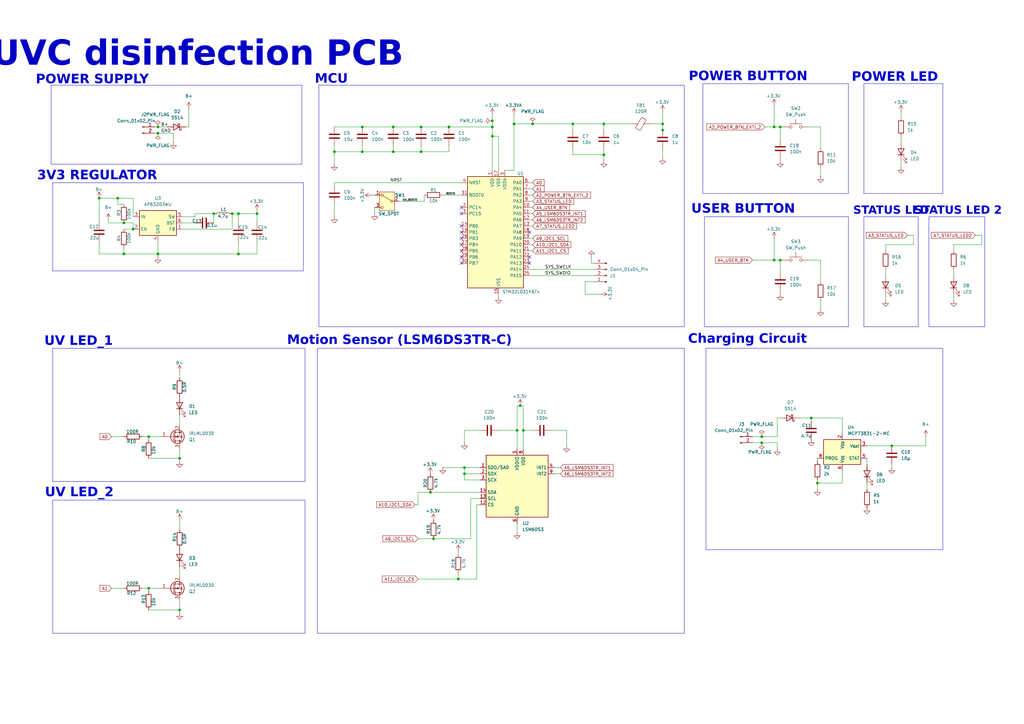
<source format=kicad_sch>
(kicad_sch (version 20231120) (generator "eeschema") (generator_version "8.0")
  (paper "A3")
  (title_block (title "UVC disinfection PCB") (date "2025-02-17") (rev "0.1") (company "XO"))
  (junction (at 87.63 87.63))
  (junction (at 73.66 250.19))
  (junction (at 271.78 53.34))
  (junction (at 210.82 50.8))
  (junction (at 335.28 198.12))
  (junction (at 312.42 179.07))
  (junction (at 40.64 81.28))
  (junction (at 312.42 181.61))
  (junction (at 64.77 54.61))
  (junction (at 190.5 191.77))
  (junction (at 54.61 93.98))
  (junction (at 176.53 201.93))
  (junction (at 184.15 52.07))
  (junction (at 97.79 87.63))
  (junction (at 317.5 106.68))
  (junction (at 64.77 104.14))
  (junction (at 172.72 62.23))
  (junction (at 50.8 91.44))
  (junction (at 190.5 194.31))
  (junction (at 214.63 176.53))
  (junction (at 161.29 52.07))
  (junction (at 332.74 171.45))
  (junction (at 201.93 55.88))
  (junction (at 137.16 62.23))
  (junction (at 73.66 187.96))
  (junction (at 148.59 62.23))
  (junction (at 97.79 104.14))
  (junction (at 320.04 106.68))
  (junction (at 172.72 52.07))
  (junction (at 247.65 63.5))
  (junction (at 201.93 52.07))
  (junction (at 201.93 49.53))
  (junction (at 50.8 104.14))
  (junction (at 48.26 81.28))
  (junction (at 320.04 52.07))
  (junction (at 105.41 87.63))
  (junction (at 365.76 182.88))
  (junction (at 177.8 220.98))
  (junction (at 187.96 237.49))
  (junction (at 212.09 176.53))
  (junction (at 64.77 52.07))
  (junction (at 161.29 62.23))
  (junction (at 60.96 241.3))
  (junction (at 60.96 179.07))
  (junction (at 95.25 87.63))
  (junction (at 148.59 52.07))
  (junction (at 234.95 50.8))
  (junction (at 317.5 52.07))
  (junction (at 247.65 50.8))
  (junction (at 271.78 50.8))
  (junction (at 213.36 166.37))
  (junction (at 218.44 50.8))
  (no_connect (at 189.23 100.33))
  (no_connect (at 217.17 105.41))
  (no_connect (at 189.23 87.63))
  (no_connect (at 189.23 105.41))
  (no_connect (at 189.23 92.71))
  (no_connect (at 217.17 107.95))
  (no_connect (at 189.23 95.25))
  (no_connect (at 189.23 85.09))
  (no_connect (at 189.23 107.95))
  (no_connect (at 217.17 95.25))
  (no_connect (at 189.23 97.79))
  (no_connect (at 189.23 102.87))
  (wire (pts (xy 212.09 184.15) (xy 212.09 176.53)))
  (wire (pts (xy 214.63 166.37) (xy 214.63 176.53)))
  (wire (pts (xy 105.41 87.63) (xy 105.41 86.36)))
  (wire (pts (xy 187.96 226.06) (xy 187.96 227.33)))
  (wire (pts (xy 193.04 204.47) (xy 193.04 220.98)))
  (wire (pts (xy 271.78 53.34) (xy 271.78 50.8)))
  (wire (pts (xy 73.66 250.19) (xy 73.66 251.46)))
  (wire (pts (xy 391.16 110.49) (xy 391.16 113.03)))
  (wire (pts (xy 195.58 207.01) (xy 196.85 207.01)))
  (wire (pts (xy 217.17 100.33) (xy 218.44 100.33)))
  (wire (pts (xy 44.45 90.17) (xy 44.45 91.44)))
  (wire (pts (xy 48.26 81.28) (xy 48.26 83.82)))
  (wire (pts (xy 210.82 69.85) (xy 210.82 50.8)))
  (wire (pts (xy 171.45 207.01) (xy 171.45 201.93)))
  (wire (pts (xy 80.01 87.63) (xy 87.63 87.63)))
  (wire (pts (xy 148.59 52.07) (xy 161.29 52.07)))
  (wire (pts (xy 63.5 52.07) (xy 64.77 52.07)))
  (wire (pts (xy 50.8 93.98) (xy 54.61 93.98)))
  (wire (pts (xy 391.16 100.33) (xy 402.59 100.33)))
  (wire (pts (xy 187.96 237.49) (xy 195.58 237.49)))
  (wire (pts (xy 64.77 54.61) (xy 71.12 54.61)))
  (wire (pts (xy 44.45 91.44) (xy 50.8 91.44)))
  (wire (pts (xy 97.79 104.14) (xy 64.77 104.14)))
  (wire (pts (xy 137.16 62.23) (xy 137.16 67.31)))
  (wire (pts (xy 95.25 87.63) (xy 97.79 87.63)))
  (wire (pts (xy 64.77 99.06) (xy 64.77 104.14)))
  (wire (pts (xy 193.04 220.98) (xy 177.8 220.98)))
  (wire (pts (xy 73.66 154.94) (xy 73.66 152.4)))
  (wire (pts (xy 137.16 59.69) (xy 137.16 62.23)))
  (wire (pts (xy 163.83 82.55) (xy 173.99 82.55)))
  (wire (pts (xy 181.61 80.01) (xy 189.23 80.01)))
  (wire (pts (xy 50.8 101.6) (xy 50.8 104.14)))
  (wire (pts (xy 161.29 59.69) (xy 161.29 62.23)))
  (wire (pts (xy 363.22 100.33) (xy 363.22 102.87)))
  (wire (pts (xy 217.17 110.49) (xy 243.84 110.49)))
  (wire (pts (xy 207.01 69.85) (xy 210.82 69.85)))
  (wire (pts (xy 374.65 96.52) (xy 374.65 100.33)))
  (wire (pts (xy 172.72 62.23) (xy 161.29 62.23)))
  (wire (pts (xy 60.96 242.57) (xy 60.96 241.3)))
  (wire (pts (xy 40.64 99.06) (xy 40.64 104.14)))
  (wire (pts (xy 171.45 220.98) (xy 177.8 220.98)))
  (wire (pts (xy 369.57 45.72) (xy 369.57 48.26)))
  (wire (pts (xy 308.61 179.07) (xy 312.42 179.07)))
  (wire (pts (xy 181.61 191.77) (xy 190.5 191.77)))
  (wire (pts (xy 212.09 176.53) (xy 204.47 176.53)))
  (wire (pts (xy 74.93 88.9) (xy 80.01 88.9)))
  (wire (pts (xy 40.64 81.28) (xy 40.64 91.44)))
  (wire (pts (xy 213.36 166.37) (xy 212.09 166.37)))
  (wire (pts (xy 87.63 87.63) (xy 87.63 91.44)))
  (wire (pts (xy 246.38 120.65) (xy 240.03 120.65)))
  (wire (pts (xy 243.84 107.95) (xy 242.57 107.95)))
  (wire (pts (xy 40.64 81.28) (xy 48.26 81.28)))
  (wire (pts (xy 379.73 179.07) (xy 379.73 182.88)))
  (wire (pts (xy 355.6 182.88) (xy 365.76 182.88)))
  (wire (pts (xy 308.61 181.61) (xy 312.42 181.61)))
  (wire (pts (xy 321.31 52.07) (xy 320.04 52.07)))
  (wire (pts (xy 48.26 81.28) (xy 54.61 81.28)))
  (wire (pts (xy 153.67 85.09) (xy 153.67 87.63)))
  (wire (pts (xy 317.5 52.07) (xy 317.5 43.18)))
  (wire (pts (xy 271.78 60.96) (xy 271.78 64.77)))
  (wire (pts (xy 217.17 87.63) (xy 218.44 87.63)))
  (wire (pts (xy 218.44 50.8) (xy 234.95 50.8)))
  (wire (pts (xy 196.85 196.85) (xy 190.5 196.85)))
  (wire (pts (xy 73.66 232.41) (xy 73.66 236.22)))
  (wire (pts (xy 190.5 191.77) (xy 196.85 191.77)))
  (wire (pts (xy 271.78 50.8) (xy 266.7 50.8)))
  (wire (pts (xy 379.73 182.88) (xy 365.76 182.88)))
  (wire (pts (xy 363.22 120.65) (xy 363.22 123.19)))
  (wire (pts (xy 308.61 106.68) (xy 317.5 106.68)))
  (wire (pts (xy 234.95 63.5) (xy 247.65 63.5)))
  (wire (pts (xy 355.6 198.12) (xy 355.6 200.66)))
  (wire (pts (xy 391.16 100.33) (xy 391.16 102.87)))
  (wire (pts (xy 336.55 68.58) (xy 336.55 72.39)))
  (wire (pts (xy 60.96 179.07) (xy 66.04 179.07)))
  (wire (pts (xy 336.55 52.07) (xy 336.55 60.96)))
  (wire (pts (xy 71.12 54.61) (xy 71.12 58.42)))
  (wire (pts (xy 402.59 96.52) (xy 402.59 100.33)))
  (wire (pts (xy 171.45 201.93) (xy 176.53 201.93)))
  (wire (pts (xy 54.61 81.28) (xy 54.61 88.9)))
  (wire (pts (xy 195.58 237.49) (xy 195.58 207.01)))
  (wire (pts (xy 332.74 171.45) (xy 345.44 171.45)))
  (wire (pts (xy 217.17 102.87) (xy 218.44 102.87)))
  (wire (pts (xy 190.5 196.85) (xy 190.5 194.31)))
  (wire (pts (xy 317.5 106.68) (xy 317.5 97.79)))
  (wire (pts (xy 335.28 189.23) (xy 335.28 187.96)))
  (wire (pts (xy 73.66 184.15) (xy 73.66 187.96)))
  (wire (pts (xy 45.72 241.3) (xy 50.8 241.3)))
  (wire (pts (xy 74.93 93.98) (xy 95.25 93.98)))
  (wire (pts (xy 73.66 170.18) (xy 73.66 173.99)))
  (wire (pts (xy 201.93 46.99) (xy 201.93 49.53)))
  (wire (pts (xy 153.67 80.01) (xy 152.4 80.01)))
  (wire (pts (xy 234.95 60.96) (xy 234.95 63.5)))
  (wire (pts (xy 148.59 62.23) (xy 137.16 62.23)))
  (wire (pts (xy 355.6 187.96) (xy 355.6 190.5)))
  (wire (pts (xy 218.44 80.01) (xy 217.17 80.01)))
  (wire (pts (xy 176.53 201.93) (xy 196.85 201.93)))
  (wire (pts (xy 105.41 99.06) (xy 105.41 104.14)))
  (wire (pts (xy 54.61 93.98) (xy 54.61 91.44)))
  (wire (pts (xy 95.25 93.98) (xy 95.25 87.63)))
  (wire (pts (xy 332.74 171.45) (xy 332.74 172.72)))
  (wire (pts (xy 201.93 55.88) (xy 201.93 69.85)))
  (wire (pts (xy 172.72 59.69) (xy 172.72 62.23)))
  (wire (pts (xy 196.85 176.53) (xy 190.5 176.53)))
  (wire (pts (xy 218.44 85.09) (xy 217.17 85.09)))
  (wire (pts (xy 64.77 52.07) (xy 68.58 52.07)))
  (wire (pts (xy 148.59 59.69) (xy 148.59 62.23)))
  (wire (pts (xy 320.04 119.38) (xy 320.04 120.65)))
  (wire (pts (xy 217.17 113.03) (xy 243.84 113.03)))
  (wire (pts (xy 73.66 246.38) (xy 73.66 250.19)))
  (wire (pts (xy 218.44 74.93) (xy 217.17 74.93)))
  (wire (pts (xy 320.04 52.07) (xy 320.04 57.15)))
  (wire (pts (xy 137.16 52.07) (xy 148.59 52.07)))
  (wire (pts (xy 172.72 52.07) (xy 184.15 52.07)))
  (wire (pts (xy 73.66 187.96) (xy 73.66 189.23)))
  (wire (pts (xy 240.03 115.57) (xy 243.84 115.57)))
  (wire (pts (xy 210.82 50.8) (xy 218.44 50.8)))
  (wire (pts (xy 190.5 176.53) (xy 190.5 181.61)))
  (wire (pts (xy 345.44 171.45) (xy 345.44 177.8)))
  (wire (pts (xy 60.96 250.19) (xy 73.66 250.19)))
  (wire (pts (xy 204.47 120.65) (xy 204.47 121.92)))
  (wire (pts (xy 320.04 106.68) (xy 317.5 106.68)))
  (wire (pts (xy 240.03 120.65) (xy 240.03 115.57)))
  (wire (pts (xy 105.41 104.14) (xy 97.79 104.14)))
  (wire (pts (xy 50.8 83.82) (xy 48.26 83.82)))
  (wire (pts (xy 204.47 69.85) (xy 204.47 55.88)))
  (wire (pts (xy 345.44 198.12) (xy 345.44 193.04)))
  (wire (pts (xy 374.65 96.52) (xy 372.11 96.52)))
  (wire (pts (xy 97.79 99.06) (xy 97.79 104.14)))
  (wire (pts (xy 173.99 82.55) (xy 173.99 80.01)))
  (wire (pts (xy 201.93 52.07) (xy 201.93 55.88)))
  (wire (pts (xy 184.15 52.07) (xy 201.93 52.07)))
  (wire (pts (xy 184.15 59.69) (xy 184.15 62.23)))
  (wire (pts (xy 331.47 106.68) (xy 336.55 106.68)))
  (wire (pts (xy 73.66 217.17) (xy 73.66 213.36)))
  (wire (pts (xy 97.79 87.63) (xy 105.41 87.63)))
  (wire (pts (xy 335.28 198.12) (xy 335.28 196.85)))
  (wire (pts (xy 318.77 181.61) (xy 312.42 181.61)))
  (wire (pts (xy 363.22 100.33) (xy 374.65 100.33)))
  (wire (pts (xy 74.93 91.44) (xy 80.01 91.44)))
  (wire (pts (xy 184.15 62.23) (xy 172.72 62.23)))
  (wire (pts (xy 227.33 191.77) (xy 229.87 191.77)))
  (wire (pts (xy 336.55 106.68) (xy 336.55 115.57)))
  (wire (pts (xy 137.16 83.82) (xy 137.16 88.9)))
  (wire (pts (xy 320.04 52.07) (xy 317.5 52.07)))
  (wire (pts (xy 227.33 194.31) (xy 229.87 194.31)))
  (wire (pts (xy 161.29 62.23) (xy 148.59 62.23)))
  (wire (pts (xy 201.93 49.53) (xy 201.93 52.07)))
  (wire (pts (xy 64.77 104.14) (xy 64.77 105.41)))
  (wire (pts (xy 212.09 166.37) (xy 212.09 176.53)))
  (wire (pts (xy 365.76 190.5) (xy 365.76 191.77)))
  (wire (pts (xy 320.04 106.68) (xy 320.04 111.76)))
  (wire (pts (xy 210.82 50.8) (xy 210.82 46.99)))
  (wire (pts (xy 60.96 187.96) (xy 73.66 187.96)))
  (wire (pts (xy 321.31 106.68) (xy 320.04 106.68)))
  (wire (pts (xy 45.72 179.07) (xy 50.8 179.07)))
  (wire (pts (xy 369.57 66.04) (xy 369.57 68.58)))
  (wire (pts (xy 187.96 234.95) (xy 187.96 237.49)))
  (wire (pts (xy 242.57 107.95) (xy 242.57 105.41)))
  (wire (pts (xy 312.42 179.07) (xy 318.77 179.07)))
  (wire (pts (xy 217.17 92.71) (xy 218.44 92.71)))
  (wire (pts (xy 320.04 64.77) (xy 320.04 66.04)))
  (wire (pts (xy 77.47 44.45) (xy 77.47 52.07)))
  (wire (pts (xy 97.79 87.63) (xy 97.79 91.44)))
  (wire (pts (xy 204.47 55.88) (xy 201.93 55.88)))
  (wire (pts (xy 363.22 110.49) (xy 363.22 113.03)))
  (wire (pts (xy 402.59 96.52) (xy 400.05 96.52)))
  (wire (pts (xy 234.95 53.34) (xy 234.95 50.8)))
  (wire (pts (xy 214.63 176.53) (xy 218.44 176.53)))
  (wire (pts (xy 247.65 53.34) (xy 247.65 50.8)))
  (wire (pts (xy 40.64 104.14) (xy 50.8 104.14)))
  (wire (pts (xy 234.95 50.8) (xy 247.65 50.8)))
  (wire (pts (xy 214.63 176.53) (xy 214.63 184.15)))
  (wire (pts (xy 217.17 90.17) (xy 218.44 90.17)))
  (wire (pts (xy 232.41 176.53) (xy 232.41 182.88)))
  (wire (pts (xy 196.85 194.31) (xy 190.5 194.31)))
  (wire (pts (xy 190.5 194.31) (xy 190.5 191.77)))
  (wire (pts (xy 271.78 54.61) (xy 271.78 53.34)))
  (wire (pts (xy 171.45 237.49) (xy 187.96 237.49)))
  (wire (pts (xy 345.44 198.12) (xy 335.28 198.12)))
  (wire (pts (xy 137.16 74.93) (xy 137.16 76.2)))
  (wire (pts (xy 218.44 77.47) (xy 217.17 77.47)))
  (wire (pts (xy 58.42 179.07) (xy 60.96 179.07)))
  (wire (pts (xy 318.77 171.45) (xy 320.04 171.45)))
  (wire (pts (xy 105.41 87.63) (xy 105.41 91.44)))
  (wire (pts (xy 63.5 54.61) (xy 64.77 54.61)))
  (wire (pts (xy 80.01 88.9) (xy 80.01 87.63)))
  (wire (pts (xy 137.16 74.93) (xy 189.23 74.93)))
  (wire (pts (xy 247.65 60.96) (xy 247.65 63.5)))
  (wire (pts (xy 318.77 184.15) (xy 318.77 181.61)))
  (wire (pts (xy 336.55 123.19) (xy 336.55 127)))
  (wire (pts (xy 318.77 179.07) (xy 318.77 171.45)))
  (wire (pts (xy 214.63 166.37) (xy 213.36 166.37)))
  (wire (pts (xy 335.28 198.12) (xy 335.28 200.66)))
  (wire (pts (xy 196.85 204.47) (xy 193.04 204.47)))
  (wire (pts (xy 271.78 45.72) (xy 271.78 50.8)))
  (wire (pts (xy 76.2 52.07) (xy 77.47 52.07)))
  (wire (pts (xy 60.96 241.3) (xy 66.04 241.3)))
  (wire (pts (xy 232.41 176.53) (xy 226.06 176.53)))
  (wire (pts (xy 247.65 63.5) (xy 247.65 66.04)))
  (wire (pts (xy 391.16 120.65) (xy 391.16 123.19)))
  (wire (pts (xy 58.42 241.3) (xy 60.96 241.3)))
  (wire (pts (xy 247.65 50.8) (xy 259.08 50.8)))
  (wire (pts (xy 369.57 55.88) (xy 369.57 58.42)))
  (wire (pts (xy 60.96 180.34) (xy 60.96 179.07)))
  (wire (pts (xy 50.8 104.14) (xy 64.77 104.14)))
  (wire (pts (xy 327.66 171.45) (xy 332.74 171.45)))
  (wire (pts (xy 212.09 214.63) (xy 212.09 218.44)))
  (wire (pts (xy 217.17 97.79) (xy 218.44 97.79)))
  (wire (pts (xy 218.44 82.55) (xy 217.17 82.55)))
  (wire (pts (xy 313.69 52.07) (xy 317.5 52.07)))
  (wire (pts (xy 331.47 52.07) (xy 336.55 52.07)))
  (wire (pts (xy 161.29 52.07) (xy 172.72 52.07)))
  (wire (pts (xy 170.18 207.01) (xy 171.45 207.01)))
  (wire (pts (xy 54.61 91.44) (xy 50.8 91.44)))
  (rectangle (start 130.81 34.925) (end 280.67 133.985))
  (rectangle (start 21.59 74.93) (end 124.46 111.125))
  (rectangle (start 288.29 34.29) (end 347.98 79.375))
  (rectangle (start 354.33 34.29) (end 386.715 79.375))
  (rectangle (start 21.59 142.875) (end 125.095 197.485))
  (rectangle (start 130.175 142.875) (end 280.67 259.715))
  (rectangle (start 381 88.9) (end 403.86 133.985))
  (rectangle (start 20.955 34.925) (end 123.825 67.31))
  (rectangle (start 289.56 142.875) (end 386.715 225.425))
  (rectangle (start 354.33 88.9) (end 376.555 133.985))
  (rectangle (start 21.59 205.105) (end 125.095 259.715))
  (rectangle (start 288.925 88.9) (end 347.98 133.985))
  (text "POWER LED" (at 367.03 32.766 0) (effects (font (size 3.81 3.81) (thickness 0.508) (bold yes))))
  (text "MCU" (at 135.89 33.528 0) (effects (font (size 3.81 3.81) (thickness 0.508) (bold yes))))
  (text "UV LED_1\n\n" (at 32.258 144.272 0) (effects (font (size 3.81 3.81) (thickness 0.508) (bold yes))))
  (text "UV LED_2\n\n\n" (at 32.512 209.55 0) (effects (font (size 3.81 3.81) (thickness 0.508) (bold yes))))
  (text "POWER SUPPLY" (at 37.846 33.782 0) (effects (font (size 3.81 3.81) (thickness 0.508) (bold yes))))
  (text "USER BUTTON\n" (at 304.8 86.868 0) (effects (font (size 3.81 3.81) (thickness 0.508) (bold yes))))
  (text "POWER BUTTON\n" (at 306.832 32.512 0) (effects (font (size 3.81 3.81) (thickness 0.508) (bold yes))))
  (text "Charging Circuit" (at 306.578 140.208 0) (effects (font (size 3.81 3.81) (thickness 0.508) (bold yes))))
  (text "3V3 REGULATOR\n" (at 39.878 73.152 0) (effects (font (size 3.81 3.81) (thickness 0.508) (bold yes))))
  (text "Motion Sensor (LSM6DS3TR-C)" (at 163.83 140.716 0) (effects (font (size 3.81 3.81) (thickness 0.508) (bold yes))))
  (text "STATUS LED 2" (at 392.938 87.376 0) (effects (font (size 3.302 3.302) (thickness 0.508) (bold yes))))
  (text "UVC disinfection PCB" (at 81.026 25.146 0) (effects (font (size 10.16 10.16) (thickness 0.508) (bold yes))))
  (text "STATUS LED" (at 365.506 87.376 0) (effects (font (size 3.302 3.302) (thickness 0.508) (bold yes))))
  (label "SYS_SWDIO" (at 223.52 113.03 0))
  (label "GND" (at 66.04 54.61 0))
  (label "BOOT0" (at 182.88 80.01 0) (effects (font (size 0.762 0.762))))
  (label "SW_BOOT0" (at 165.1 82.55 0) (effects (font (size 0.762 0.762))))
  (label "SYS_SWCLK" (at 223.52 110.49 0))
  (label "B+" (at 66.04 52.07 0))
  (label "NRST" (at 160.02 74.93 0))
  (global_label "A4_USER_BTN" (shape input) (at 308.61 106.68 180) (property "Intersheetrefs" "${INTERSHEET_REFS}" (effects (hide yes))))
  (global_label "A9_I2C1_SCL" (shape input) (at 171.45 220.98 180) (property "Intersheetrefs" "${INTERSHEET_REFS}" (effects (hide yes))))
  (global_label "A6_LSM6DS3TR_INT2" (shape input) (at 218.44 90.17 0) (property "Intersheetrefs" "${INTERSHEET_REFS}" (effects (hide yes))))
  (global_label "A1" (shape input) (at 45.72 241.3 180) (property "Intersheetrefs" "${INTERSHEET_REFS}" (effects (hide yes))))
  (global_label "A6_LSM6DS3TR_INT2" (shape input) (at 229.87 194.31 0) (property "Intersheetrefs" "${INTERSHEET_REFS}" (effects (hide yes))))
  (global_label "A11_I2C1_CS" (shape input) (at 171.45 237.49 180) (property "Intersheetrefs" "${INTERSHEET_REFS}" (effects (hide yes))))
  (global_label "A1" (shape input) (at 218.44 77.47 0) (property "Intersheetrefs" "${INTERSHEET_REFS}" (effects (hide yes))))
  (global_label "A0" (shape input) (at 218.44 74.93 0) (property "Intersheetrefs" "${INTERSHEET_REFS}" (effects (hide yes))))
  (global_label "A2_POWER_BTN_EXTI_2" (shape input) (at 218.44 80.01 0) (property "Intersheetrefs" "${INTERSHEET_REFS}" (effects (hide yes))))
  (global_label "A10_I2C1_SDA" (shape input) (at 170.18 207.01 180) (property "Intersheetrefs" "${INTERSHEET_REFS}" (effects (hide yes))))
  (global_label "A9_I2C1_SCL" (shape input) (at 218.44 97.79 0) (property "Intersheetrefs" "${INTERSHEET_REFS}" (effects (hide yes))))
  (global_label "A2_POWER_BTN_EXTI_2" (shape input) (at 313.69 52.07 180) (property "Intersheetrefs" "${INTERSHEET_REFS}" (effects (hide yes))))
  (global_label "A7_STATUS_LED2" (shape input) (at 218.44 92.71 0) (property "Intersheetrefs" "${INTERSHEET_REFS}" (effects (hide yes))))
  (global_label "A0" (shape input) (at 45.72 179.07 180) (property "Intersheetrefs" "${INTERSHEET_REFS}" (effects (hide yes))))
  (global_label "A3_STATUS_LED" (shape input) (at 218.44 82.55 0) (property "Intersheetrefs" "${INTERSHEET_REFS}" (effects (hide yes))))
  (global_label "A5_LSM6DS3TR_INT1" (shape input) (at 229.87 191.77 0) (property "Intersheetrefs" "${INTERSHEET_REFS}" (effects (hide yes))))
  (global_label "A7_STATUS_LED2" (shape input) (at 400.05 96.52 180) (property "Intersheetrefs" "${INTERSHEET_REFS}" (effects (hide yes))))
  (global_label "A4_USER_BTN" (shape input) (at 218.44 85.09 0) (property "Intersheetrefs" "${INTERSHEET_REFS}" (effects (hide yes))))
  (global_label "A5_LSM6DS3TR_INT1" (shape input) (at 218.44 87.63 0) (property "Intersheetrefs" "${INTERSHEET_REFS}" (effects (hide yes))))
  (global_label "A11_I2C1_CS" (shape input) (at 218.44 102.87 0) (property "Intersheetrefs" "${INTERSHEET_REFS}" (effects (hide yes))))
  (global_label "A3_STATUS_LED" (shape input) (at 372.11 96.52 180) (property "Intersheetrefs" "${INTERSHEET_REFS}" (effects (hide yes))))
  (global_label "A10_I2C1_SDA" (shape input) (at 218.44 100.33 0) (property "Intersheetrefs" "${INTERSHEET_REFS}" (effects (hide yes))))
  (symbol (lib_id "Device:FerriteBead") (at 262.89 50.8 90) (unit 1)
    (property "Reference" "FB1" (at 262.8392 43.18 90))
    (property "Value" "120R" (at 262.8392 45.72 90))
    (property "Footprint" "Inductor_SMD:L_0603_1608Metric" (effects (hide yes)))
    (property "Description" "Ferrite bead" (effects (hide yes)))
  )
  (symbol (lib_id "power:+3.3V") (at 201.93 46.99 0) (unit 1)
    (property "Reference" "#PWR02" (effects (hide yes)))
    (property "Value" "+3.3V" (at 201.676 43.18 0))
    (property "Description" "Power symbol creates a global label with name \"+3.3V\"" (effects (hide yes)))
  )
  (symbol (lib_id "power:PWR_FLAG") (at 312.42 179.07 0) (unit 1)
    (property "Reference" "#FLG04" (effects (hide yes)))
    (property "Value" "PWR_FLAG" (at 312.42 173.99 0))
    (property "Description" "Special symbol for telling ERC where power comes from" (effects (hide yes)))
  )
  (symbol (lib_id "power:+3.3V") (at 246.38 120.65 270) (unit 1)
    (property "Reference" "#PWR011" (effects (hide yes)))
    (property "Value" "+3.3V" (at 250.19 120.396 0))
    (property "Description" "Power symbol creates a global label with name \"+3.3V\"" (effects (hide yes)))
  )
  (symbol (lib_id "power:GND") (at 190.5 181.61 0) (unit 1)
    (property "Reference" "#PWR036" (effects (hide yes)))
    (property "Value" "GND" (effects (hide yes)))
    (property "Description" "Power symbol creates a global label with name \"GND\" , ground" (effects (hide yes)))
  )
  (symbol (lib_id "Device:C") (at 137.16 55.88 0) (unit 1)
    (property "Reference" "C5" (at 140.97 54.6099 0) (effects (justify left)))
    (property "Value" "10u" (at 140.97 57.1499 0) (effects (justify left)))
    (property "Footprint" "Capacitor_SMD:C_0603_1608Metric" (effects (hide yes)))
    (property "Description" "Unpolarized capacitor" (effects (hide yes)))
  )
  (symbol (lib_id "Device:LED") (at 355.6 194.31 90) (unit 1)
    (property "Reference" "D6" (at 359.41 194.6274 90) (effects (justify right)))
    (property "Value" "LED" (at 359.41 197.1674 90) (effects (justify right)))
    (property "Description" "Light emitting diode" (effects (hide yes)))
  )
  (symbol (lib_id "Device:C") (at 222.25 176.53 90) (unit 1)
    (property "Reference" "C21" (at 222.25 168.91 90))
    (property "Value" "100n" (at 222.25 171.45 90))
    (property "Description" "Unpolarized capacitor" (effects (hide yes)))
  )
  (symbol (lib_id "power:VBUS") (at 77.47 44.45 0) (unit 1)
    (property "Reference" "#PWR016" (effects (hide yes)))
    (property "Value" "B+" (at 77.47 39.37 0))
    (property "Description" "Power symbol creates a global label with name \"VBUS\"" (effects (hide yes)))
  )
  (symbol (lib_id "Device:R") (at 336.55 119.38 0) (unit 1)
    (property "Reference" "R17" (at 339.09 118.1099 0) (effects (justify left)))
    (property "Value" "10k" (at 339.09 120.6499 0) (effects (justify left)))
    (property "Description" "Resistor" (effects (hide yes)))
  )
  (symbol (lib_id "Device:C") (at 247.65 57.15 0) (unit 1)
    (property "Reference" "C6" (at 251.46 55.8799 0) (effects (justify left)))
    (property "Value" "1u" (at 251.46 58.4199 0) (effects (justify left)))
    (property "Footprint" "Capacitor_SMD:C_0402_1005Metric" (effects (hide yes)))
    (property "Description" "Unpolarized capacitor" (effects (hide yes)))
  )
  (symbol (lib_id "Device:C") (at 200.66 176.53 90) (unit 1)
    (property "Reference" "C20" (at 200.66 168.91 90))
    (property "Value" "100n" (at 200.66 171.45 90))
    (property "Description" "Unpolarized capacitor" (effects (hide yes)))
  )
  (symbol (lib_id "power:+3.3V") (at 213.36 166.37 0) (unit 1)
    (property "Reference" "#PWR038" (effects (hide yes)))
    (property "Value" "+3.3V" (at 213.106 162.56 0))
    (property "Description" "Power symbol creates a global label with name \"+3.3V\"" (effects (hide yes)))
  )
  (symbol (lib_id "power:VBUS") (at 40.64 81.28 0) (unit 1)
    (property "Reference" "#PWR018" (effects (hide yes)))
    (property "Value" "B+" (at 40.64 77.724 0))
    (property "Description" "Power symbol creates a global label with name \"VBUS\"" (effects (hide yes)))
  )
  (symbol (lib_id "power:GND") (at 363.22 123.19 0) (unit 1)
    (property "Reference" "#PWR033" (effects (hide yes)))
    (property "Value" "GND" (effects (hide yes)))
    (property "Description" "Power symbol creates a global label with name \"GND\" , ground" (effects (hide yes)))
  )
  (symbol (lib_id "Device:LED") (at 391.16 116.84 90) (unit 1)
    (property "Reference" "D8" (at 394.97 117.1574 90) (effects (justify right)))
    (property "Value" "LED" (at 394.97 119.6974 90) (effects (justify right)))
    (property "Description" "Light emitting diode" (effects (hide yes)))
  )
  (symbol (lib_id "power:VBUS") (at 44.45 90.17 0) (unit 1)
    (property "Reference" "#PWR021" (effects (hide yes)))
    (property "Value" "B+" (at 44.45 85.09 0))
    (property "Description" "Power symbol creates a global label with name \"VBUS\"" (effects (hide yes)))
  )
  (symbol (lib_id "power:GND") (at 242.57 105.41 180) (unit 1)
    (property "Reference" "#PWR012" (effects (hide yes)))
    (property "Value" "GND" (effects (hide yes)))
    (property "Description" "Power symbol creates a global label with name \"GND\" , ground" (effects (hide yes)))
  )
  (symbol (lib_id "power:+3.3V") (at 176.53 194.31 0) (unit 1)
    (property "Reference" "#PWR043" (effects (hide yes)))
    (property "Value" "+3.3V" (at 176.276 190.5 0))
    (property "Description" "Power symbol creates a global label with name \"+3.3V\"" (effects (hide yes)))
  )
  (symbol (lib_id "power:VBUS") (at 73.66 213.36 0) (unit 1)
    (property "Reference" "#PWR014" (effects (hide yes)))
    (property "Value" "B+" (at 73.66 209.804 0))
    (property "Description" "Power symbol creates a global label with name \"VBUS\"" (effects (hide yes)))
  )
  (symbol (lib_id "Device:R") (at 54.61 179.07 90) (unit 1)
    (property "Reference" "R10" (at 55.88 181.102 90) (effects (justify left)))
    (property "Value" "100R" (at 56.896 177.038 90) (effects (justify left)))
    (property "Footprint" "Resistor_SMD:R_0603_1608Metric" (effects (hide yes)))
    (property "Description" "Resistor" (effects (hide yes)))
  )
  (symbol (lib_id "Device:C") (at 271.78 57.15 0) (unit 1)
    (property "Reference" "C8" (at 275.59 55.8799 0) (effects (justify left)))
    (property "Value" "1u" (at 275.59 58.4199 0) (effects (justify left)))
    (property "Footprint" "Capacitor_SMD:C_0402_1005Metric" (effects (hide yes)))
    (property "Description" "Unpolarized capacitor" (effects (hide yes)))
  )
  (symbol (lib_id "Device:C") (at 83.82 91.44 90) (unit 1)
    (property "Reference" "C13" (at 80.772 90.678 90))
    (property "Value" "0.1u" (at 86.868 92.456 90))
    (property "Footprint" "Capacitor_SMD:C_0603_1608Metric" (effects (hide yes)))
    (property "Description" "Unpolarized capacitor" (effects (hide yes)))
  )
  (symbol (lib_id "power:GND") (at 73.66 251.46 0) (unit 1)
    (property "Reference" "#PWR029" (effects (hide yes)))
    (property "Value" "GND" (effects (hide yes)))
    (property "Description" "Power symbol creates a global label with name \"GND\" , ground" (effects (hide yes)))
  )
  (symbol (lib_id "Device:R") (at 335.28 193.04 0) (unit 1)
    (property "Reference" "R2" (at 337.82 191.7699 0) (effects (justify left)))
    (property "Value" "2k" (at 337.82 194.3099 0) (effects (justify left)))
    (property "Description" "Resistor" (effects (hide yes)))
  )
  (symbol (lib_id "power:VBUS") (at 379.73 179.07 0) (unit 1)
    (property "Reference" "#PWR028" (effects (hide yes)))
    (property "Value" "B+" (at 379.73 173.99 0))
    (property "Description" "Power symbol creates a global label with name \"VBUS\"" (effects (hide yes)))
  )
  (symbol (lib_id "Device:C") (at 365.76 186.69 0) (unit 1)
    (property "Reference" "C10" (at 369.57 185.4199 0) (effects (justify left)))
    (property "Value" "10µ" (at 369.57 187.9599 0) (effects (justify left)))
    (property "Description" "Unpolarized capacitor" (effects (hide yes)))
  )
  (symbol (lib_id "power:+3.3V") (at 177.8 213.36 0) (unit 1)
    (property "Reference" "#PWR042" (effects (hide yes)))
    (property "Value" "+3.3V" (at 177.546 209.55 0))
    (property "Description" "Power symbol creates a global label with name \"+3.3V\"" (effects (hide yes)))
  )
  (symbol (lib_id "power:GND") (at 247.65 66.04 0) (unit 1)
    (property "Reference" "#PWR05" (effects (hide yes)))
    (property "Value" "GND" (effects (hide yes)))
    (property "Description" "Power symbol creates a global label with name \"GND\" , ground" (effects (hide yes)))
  )
  (symbol (lib_id "Diode:SS14") (at 72.39 52.07 180) (unit 1)
    (property "Reference" "D2" (at 72.7075 45.72 0))
    (property "Value" "SS14" (at 72.7075 48.26 0))
    (property "Footprint" "Diode_SMD:D_SMA" (effects (hide yes)))
    (property "Datasheet" "https://www.vishay.com/docs/88746/ss12.pdf" (effects (hide yes)))
    (property "Description" "40V 1A Schottky Diode, SMA" (effects (hide yes)))
  )
  (symbol (lib_id "Device:C") (at 184.15 55.88 0) (unit 1)
    (property "Reference" "C1" (at 187.96 54.6099 0) (effects (justify left)))
    (property "Value" "100n" (at 187.96 57.1499 0) (effects (justify left)))
    (property "Footprint" "Capacitor_SMD:C_0402_1005Metric" (effects (hide yes)))
    (property "Description" "Unpolarized capacitor" (effects (hide yes)))
  )
  (symbol (lib_id "Battery_Management:MCP73831-2-MC") (at 345.44 185.42 0) (unit 1)
    (property "Reference" "U4" (at 347.6341 175.26 0) (effects (justify left)))
    (property "Value" "MCP73831-2-MC" (at 347.6341 177.8 0) (effects (justify left)))
    (property "Footprint" "Package_TO_SOT_SMD:SOT-23-5" (effects (hide yes)))
    (property "Datasheet" "http://ww1.microchip.com/downloads/en/DeviceDoc/20001984g.pdf" (effects (hide yes)))
    (property "Description" "Single cell, Li-Ion/Li-Po charge management controller, 4.20V, Tri-State Status Output, in DFN-8 package" (effects (hide yes)))
  )
  (symbol (lib_id "power:GND") (at 71.12 58.42 0) (unit 1)
    (property "Reference" "#PWR017" (effects (hide yes)))
    (property "Value" "GND" (effects (hide yes)))
    (property "Description" "Power symbol creates a global label with name \"GND\" , ground" (effects (hide yes)))
  )
  (symbol (lib_id "power:+3.3V") (at 105.41 86.36 0) (unit 1)
    (property "Reference" "#PWR020" (effects (hide yes)))
    (property "Value" "+3.3V" (at 105.156 82.55 0))
    (property "Description" "Power symbol creates a global label with name \"+3.3V\"" (effects (hide yes)))
  )
  (symbol (lib_id "Transistor_FET:IRLML0030") (at 71.12 241.3 0) (mirror x) (unit 1)
    (property "Reference" "Q2" (at 77.47 242.5701 0) (effects (justify left)))
    (property "Value" "IRLML0030" (at 77.47 240.0301 0) (effects (justify left)))
    (property "Footprint" "Package_TO_SOT_SMD:SOT-23" (effects (hide yes)))
    (property "Datasheet" "https://www.infineon.com/dgdl/irlml0030pbf.pdf?fileId=5546d462533600a401535664773825df" (effects (hide yes)))
    (property "Description" "5.3A Id, 30V Vds, 27mOhm Rds, N-Channel HEXFET Power MOSFET, SOT-23" (effects (hide yes)))
  )
  (symbol (lib_id "power:+3.3V") (at 317.5 43.18 0) (unit 1)
    (property "Reference" "#PWR025" (effects (hide yes)))
    (property "Value" "+3.3V" (at 317.246 39.37 0))
    (property "Description" "Power symbol creates a global label with name \"+3.3V\"" (effects (hide yes)))
  )
  (symbol (lib_id "power:GND") (at 181.61 191.77 0) (unit 1)
    (property "Reference" "#PWR040" (effects (hide yes)))
    (property "Value" "GND" (effects (hide yes)))
    (property "Description" "Power symbol creates a global label with name \"GND\" , ground" (effects (hide yes)))
  )
  (symbol (lib_id "Device:R") (at 336.55 64.77 0) (unit 1)
    (property "Reference" "R11" (at 339.09 63.4999 0) (effects (justify left)))
    (property "Value" "10k" (at 339.09 66.0399 0) (effects (justify left)))
    (property "Description" "Resistor" (effects (hide yes)))
  )
  (symbol (lib_id "power:GND") (at 137.16 67.31 0) (unit 1)
    (property "Reference" "#PWR03" (effects (hide yes)))
    (property "Value" "GND" (effects (hide yes)))
    (property "Description" "Power symbol creates a global label with name \"GND\" , ground" (effects (hide yes)))
  )
  (symbol (lib_id "power:GND") (at 335.28 200.66 0) (unit 1)
    (property "Reference" "#PWR015" (effects (hide yes)))
    (property "Value" "GND" (effects (hide yes)))
    (property "Description" "Power symbol creates a global label with name \"GND\" , ground" (effects (hide yes)))
  )
  (symbol (lib_id "Device:LED") (at 73.66 166.37 90) (unit 1)
    (property "Reference" "D1" (at 77.47 166.6874 90) (effects (justify right)))
    (property "Value" "LED" (at 77.47 169.2274 90) (effects (justify right)))
    (property "Description" "Light emitting diode" (effects (hide yes)))
  )
  (symbol (lib_id "power:GND") (at 153.67 87.63 0) (unit 1)
    (property "Reference" "#PWR09" (effects (hide yes)))
    (property "Value" "GND" (effects (hide yes)))
    (property "Description" "Power symbol creates a global label with name \"GND\" , ground" (effects (hide yes)))
  )
  (symbol (lib_id "power:PWR_FLAG") (at 312.42 181.61 180) (unit 1)
    (property "Reference" "#FLG05" (effects (hide yes)))
    (property "Value" "PWR_FLAG" (at 311.658 185.42 0))
    (property "Description" "Special symbol for telling ERC where power comes from" (effects (hide yes)))
  )
  (symbol (lib_id "Switch:SW_Push") (at 326.39 106.68 0) (unit 1)
    (property "Reference" "SW3" (at 326.39 99.06 0))
    (property "Value" "SW_Push" (at 326.39 101.6 0))
    (property "Description" "Push button switch, generic, two pins" (effects (hide yes)))
  )
  (symbol (lib_id "Device:C") (at 161.29 55.88 0) (unit 1)
    (property "Reference" "C3" (at 165.1 54.6099 0) (effects (justify left)))
    (property "Value" "100n" (at 165.1 57.1499 0) (effects (justify left)))
    (property "Footprint" "Capacitor_SMD:C_0402_1005Metric" (effects (hide yes)))
    (property "Description" "Unpolarized capacitor" (effects (hide yes)))
  )
  (symbol (lib_id "Device:C") (at 320.04 115.57 0) (unit 1)
    (property "Reference" "C19" (at 323.85 114.2999 0) (effects (justify left)))
    (property "Value" "100n" (at 323.85 116.8399 0) (effects (justify left)))
    (property "Description" "Unpolarized capacitor" (effects (hide yes)))
  )
  (symbol (lib_id "Device:R") (at 50.8 87.63 0) (unit 1)
    (property "Reference" "R3" (at 48.768 88.646 90) (effects (justify left)))
    (property "Value" "100k" (at 52.832 90.17 90) (effects (justify left)))
    (property "Footprint" "Resistor_SMD:R_0603_1608Metric" (effects (hide yes)))
    (property "Description" "Resistor" (effects (hide yes)))
  )
  (symbol (lib_id "Device:C") (at 332.74 176.53 0) (unit 1)
    (property "Reference" "C11" (at 328.93 174.498 0) (effects (justify left)))
    (property "Value" "4.7u" (at 328.422 178.816 0) (effects (justify left)))
    (property "Description" "Unpolarized capacitor" (effects (hide yes)))
  )
  (symbol (lib_id "power:+3.3V") (at 369.57 45.72 0) (unit 1)
    (property "Reference" "#PWR030" (effects (hide yes)))
    (property "Value" "+3.3V" (at 369.316 41.91 0))
    (property "Description" "Power symbol creates a global label with name \"+3.3V\"" (effects (hide yes)))
  )
  (symbol (lib_id "power:GND") (at 355.6 208.28 0) (unit 1)
    (property "Reference" "#PWR023" (effects (hide yes)))
    (property "Value" "GND" (effects (hide yes)))
    (property "Description" "Power symbol creates a global label with name \"GND\" , ground" (effects (hide yes)))
  )
  (symbol (lib_id "Device:R") (at 60.96 184.15 0) (unit 1)
    (property "Reference" "R8" (at 58.928 185.42 90) (effects (justify left)))
    (property "Value" "10k" (at 62.992 186.436 90) (effects (justify left)))
    (property "Footprint" "Resistor_SMD:R_0603_1608Metric" (effects (hide yes)))
    (property "Description" "Resistor" (effects (hide yes)))
  )
  (symbol (lib_id "power:GND") (at 73.66 189.23 0) (unit 1)
    (property "Reference" "#PWR024" (effects (hide yes)))
    (property "Value" "GND" (effects (hide yes)))
    (property "Description" "Power symbol creates a global label with name \"GND\" , ground" (effects (hide yes)))
  )
  (symbol (lib_id "power:+3.3V") (at 152.4 80.01 90) (unit 1)
    (property "Reference" "#PWR010" (effects (hide yes)))
    (property "Value" "+3.3V" (at 148.59 80.264 0))
    (property "Description" "Power symbol creates a global label with name \"+3.3V\"" (effects (hide yes)))
  )
  (symbol (lib_id "Device:C") (at 40.64 95.25 0) (unit 1)
    (property "Reference" "C12" (at 36.576 92.964 0) (effects (justify left)))
    (property "Value" "22u" (at 36.83 97.536 0) (effects (justify left)))
    (property "Footprint" "Capacitor_SMD:C_1206_3216Metric" (effects (hide yes)))
    (property "Description" "Unpolarized capacitor" (effects (hide yes)))
  )
  (symbol (lib_id "power:GND") (at 320.04 66.04 0) (unit 1)
    (property "Reference" "#PWR027" (effects (hide yes)))
    (property "Value" "GND" (effects (hide yes)))
    (property "Description" "Power symbol creates a global label with name \"GND\" , ground" (effects (hide yes)))
  )
  (symbol (lib_id "Connector:Conn_01x02_Pin") (at 303.53 179.07 0) (unit 1)
    (property "Reference" "J3" (at 304.165 173.99 0))
    (property "Value" "Conn_01x02_Pin" (at 300.99 176.53 0))
    (property "Footprint" "Connector_JST:JST_EH_B2B-EH-A_1x02_P2.50mm_Vertical" (effects (hide yes)))
    (property "Description" "Generic connector, single row, 01x02, script generated" (effects (hide yes)))
  )
  (symbol (lib_id "Switch:SW_Push") (at 326.39 52.07 0) (unit 1)
    (property "Reference" "SW2" (at 326.39 44.45 0))
    (property "Value" "SW_Push" (at 326.39 46.99 0))
    (property "Description" "Push button switch, generic, two pins" (effects (hide yes)))
  )
  (symbol (lib_id "Connector:Conn_01x04_Pin") (at 248.92 113.03 180) (unit 1)
    (property "Reference" "J1" (at 250.19 113.0301 0) (effects (justify right)))
    (property "Value" "Conn_01x04_Pin" (at 250.19 110.4901 0) (effects (justify right)))
    (property "Footprint" "Connector_JST:JST_EH_B4B-EH-A_1x04_P2.50mm_Vertical" (effects (hide yes)))
    (property "Description" "Generic connector, single row, 01x04, script generated" (effects (hide yes)))
  )
  (symbol (lib_id "Device:R") (at 176.53 198.12 180) (unit 1)
    (property "Reference" "R20" (at 174.498 198.12 90))
    (property "Value" "4.7k" (at 178.816 198.12 90))
    (property "Footprint" "Resistor_SMD:R_0402_1005Metric" (effects (hide yes)))
    (property "Description" "Resistor" (effects (hide yes)))
  )
  (symbol (lib_id "Device:R") (at 177.8 80.01 90) (unit 1)
    (property "Reference" "R1" (at 177.8 77.978 90))
    (property "Value" "10k" (at 177.8 82.296 90))
    (property "Footprint" "Resistor_SMD:R_0402_1005Metric" (effects (hide yes)))
    (property "Description" "Resistor" (effects (hide yes)))
  )
  (symbol (lib_id "power:+3.3V") (at 317.5 97.79 0) (unit 1)
    (property "Reference" "#PWR032" (effects (hide yes)))
    (property "Value" "+3.3V" (at 317.246 93.98 0))
    (property "Description" "Power symbol creates a global label with name \"+3.3V\"" (effects (hide yes)))
  )
  (symbol (lib_id "power:PWR_FLAG") (at 64.77 52.07 0) (unit 1)
    (property "Reference" "#FLG02" (effects (hide yes)))
    (property "Value" "PWR_FLAG" (at 64.77 46.99 0))
    (property "Description" "Special symbol for telling ERC where power comes from" (effects (hide yes)))
  )
  (symbol (lib_id "Device:C") (at 97.79 95.25 0) (unit 1)
    (property "Reference" "C15" (at 97.79 93.218 0) (effects (justify left)))
    (property "Value" "22u" (at 98.298 97.282 0) (effects (justify left)))
    (property "Footprint" "Capacitor_SMD:C_1206_3216Metric" (effects (hide yes)))
    (property "Description" "Unpolarized capacitor" (effects (hide yes)))
  )
  (symbol (lib_id "power:GND") (at 336.55 72.39 0) (unit 1)
    (property "Reference" "#PWR026" (effects (hide yes)))
    (property "Value" "GND" (effects (hide yes)))
    (property "Description" "Power symbol creates a global label with name \"GND\" , ground" (effects (hide yes)))
  )
  (symbol (lib_id "power:+3.3VA") (at 210.82 46.99 0) (unit 1)
    (property "Reference" "#PWR04" (effects (hide yes)))
    (property "Value" "+3.3VA" (at 210.566 43.18 0))
    (property "Description" "Power symbol creates a global label with name \"+3.3VA\"" (effects (hide yes)))
  )
  (symbol (lib_id "Device:C") (at 172.72 55.88 0) (unit 1)
    (property "Reference" "C2" (at 176.53 54.6099 0) (effects (justify left)))
    (property "Value" "100n" (at 176.53 57.1499 0) (effects (justify left)))
    (property "Footprint" "Capacitor_SMD:C_0402_1005Metric" (effects (hide yes)))
    (property "Description" "Unpolarized capacitor" (effects (hide yes)))
  )
  (symbol (lib_id "power:PWR_FLAG") (at 218.44 50.8 0) (unit 1)
    (property "Reference" "#FLG03" (effects (hide yes)))
    (property "Value" "PWR_FLAG" (at 218.44 45.72 0))
    (property "Description" "Special symbol for telling ERC where power comes from" (effects (hide yes)))
  )
  (symbol (lib_id "Transistor_FET:IRLML0030") (at 71.12 179.07 0) (mirror x) (unit 1)
    (property "Reference" "Q1" (at 77.47 180.3401 0) (effects (justify left)))
    (property "Value" "IRLML0030" (at 77.47 177.8001 0) (effects (justify left)))
    (property "Footprint" "Package_TO_SOT_SMD:SOT-23" (effects (hide yes)))
    (property "Datasheet" "https://www.infineon.com/dgdl/irlml0030pbf.pdf?fileId=5546d462533600a401535664773825df" (effects (hide yes)))
    (property "Description" "5.3A Id, 30V Vds, 27mOhm Rds, N-Channel HEXFET Power MOSFET, SOT-23" (effects (hide yes)))
  )
  (symbol (lib_id "power:GND") (at 212.09 218.44 0) (unit 1)
    (property "Reference" "#PWR037" (effects (hide yes)))
    (property "Value" "GND" (effects (hide yes)))
    (property "Description" "Power symbol creates a global label with name \"GND\" , ground" (effects (hide yes)))
  )
  (symbol (lib_id "power:GND") (at 137.16 88.9 0) (unit 1)
    (property "Reference" "#PWR08" (effects (hide yes)))
    (property "Value" "GND" (effects (hide yes)))
    (property "Description" "Power symbol creates a global label with name \"GND\" , ground" (effects (hide yes)))
  )
  (symbol (lib_id "MCU_ST_STM32L0:STM32L031K6Tx") (at 201.93 95.25 0) (unit 1)
    (property "Reference" "U1" (at 212.09 71.12 0) (effects (justify left)))
    (property "Value" "STM32L031K6Tx" (at 205.994 119.634 0) (effects (justify left)))
    (property "Footprint" "Package_QFP:LQFP-32_7x7mm_P0.8mm" (effects (hide yes)))
    (property "Datasheet" "https://www.st.com/resource/en/datasheet/stm32l031k6.pdf" (effects (hide yes)))
    (property "Description" "STMicroelectronics Arm Cortex-M0+ MCU, 32KB flash, 8KB RAM, 32 MHz, 1.65-3.6V, 25 GPIO, LQFP32" (effects (hide yes)))
  )
  (symbol (lib_id "power:GND") (at 391.16 123.19 0) (unit 1)
    (property "Reference" "#PWR046" (effects (hide yes)))
    (property "Value" "GND" (effects (hide yes)))
    (property "Description" "Power symbol creates a global label with name \"GND\" , ground" (effects (hide yes)))
  )
  (symbol (lib_id "Device:R") (at 73.66 220.98 0) (unit 1)
    (property "Reference" "R14" (at 71.628 222.25 90) (effects (justify left)))
    (property "Value" "0.5R" (at 75.692 223.266 90) (effects (justify left)))
    (property "Footprint" "Resistor_SMD:R_0603_1608Metric" (effects (hide yes)))
    (property "Description" "Resistor" (effects (hide yes)))
  )
  (symbol (lib_id "Regulator_Switching:AP63203WU") (at 64.77 91.44 0) (unit 1)
    (property "Reference" "U3" (at 64.77 81.28 0))
    (property "Value" "AP63203WU" (at 64.77 83.82 0))
    (property "Footprint" "Package_TO_SOT_SMD:TSOT-23-6" (effects (hide yes)))
    (property "Datasheet" "https://www.diodes.com/assets/Datasheets/AP63200-AP63201-AP63203-AP63205.pdf" (effects (hide yes)))
    (property "Description" "2A, 1.1MHz Buck DC/DC Converter, fixed 3.3V output voltage, TSOT-23-6" (effects (hide yes)))
  )
  (symbol (lib_id "power:GND") (at 332.74 180.34 0) (unit 1)
    (property "Reference" "#PWR044" (effects (hide yes)))
    (property "Value" "GND" (effects (hide yes)))
    (property "Description" "Power symbol creates a global label with name \"GND\" , ground" (effects (hide yes)))
  )
  (symbol (lib_id "power:+3.3V") (at 271.78 45.72 0) (unit 1)
    (property "Reference" "#PWR07" (effects (hide yes)))
    (property "Value" "+3.3V" (at 271.526 41.91 0))
    (property "Description" "Power symbol creates a global label with name \"+3.3V\"" (effects (hide yes)))
  )
  (symbol (lib_id "Connector:Conn_01x02_Pin") (at 58.42 52.07 0) (unit 1)
    (property "Reference" "J2" (at 59.055 46.99 0))
    (property "Value" "Conn_01x02_Pin" (at 55.88 49.53 0))
    (property "Footprint" "Connector_JST:JST_EH_B2B-EH-A_1x02_P2.50mm_Vertical" (effects (hide yes)))
    (property "Description" "Generic connector, single row, 01x02, script generated" (effects (hide yes)))
  )
  (symbol (lib_id "power:GND") (at 318.77 184.15 0) (unit 1)
    (property "Reference" "#PWR045" (effects (hide yes)))
    (property "Value" "GND" (effects (hide yes)))
    (property "Description" "Power symbol creates a global label with name \"GND\" , ground" (effects (hide yes)))
  )
  (symbol (lib_id "Device:R") (at 363.22 106.68 0) (unit 1)
    (property "Reference" "R16" (at 365.76 105.4099 0) (effects (justify left)))
    (property "Value" "1k" (at 365.76 107.9499 0) (effects (justify left)))
    (property "Description" "Resistor" (effects (hide yes)))
  )
  (symbol (lib_id "Switch:SW_SPDT") (at 158.75 82.55 0) (mirror y) (unit 1)
    (property "Reference" "SW1" (at 164.084 80.01 0))
    (property "Value" "SW_SPDT" (at 159.512 87.63 0))
    (property "Footprint" "Button_Switch_THT:SW_E-Switch_EG1224_SPDT_Angled" (effects (hide yes)))
    (property "Description" "Switch, single pole double throw" (effects (hide yes)))
  )
  (symbol (lib_id "power:GND") (at 365.76 191.77 0) (unit 1)
    (property "Reference" "#PWR022" (effects (hide yes)))
    (property "Value" "GND" (effects (hide yes)))
    (property "Description" "Power symbol creates a global label with name \"GND\" , ground" (effects (hide yes)))
  )
  (symbol (lib_id "Device:C") (at 105.41 95.25 0) (unit 1)
    (property "Reference" "C14" (at 105.664 93.218 0) (effects (justify left)))
    (property "Value" "22u" (at 105.918 97.536 0) (effects (justify left)))
    (property "Footprint" "Capacitor_SMD:C_1206_3216Metric" (effects (hide yes)))
    (property "Description" "Unpolarized capacitor" (effects (hide yes)))
  )
  (symbol (lib_id "Device:R") (at 73.66 158.75 0) (unit 1)
    (property "Reference" "R9" (at 71.628 160.02 90) (effects (justify left)))
    (property "Value" "0.5R" (at 75.692 161.036 90) (effects (justify left)))
    (property "Footprint" "Resistor_SMD:R_0603_1608Metric" (effects (hide yes)))
    (property "Description" "Resistor" (effects (hide yes)))
  )
  (symbol (lib_id "power:+3.3V") (at 187.96 226.06 0) (unit 1)
    (property "Reference" "#PWR041" (effects (hide yes)))
    (property "Value" "+3.3V" (at 187.706 222.25 0))
    (property "Description" "Power symbol creates a global label with name \"+3.3V\"" (effects (hide yes)))
  )
  (symbol (lib_id "Device:LED") (at 369.57 62.23 90) (unit 1)
    (property "Reference" "D4" (at 373.38 62.5474 90) (effects (justify right)))
    (property "Value" "LED" (at 373.38 65.0874 90) (effects (justify right)))
    (property "Description" "Light emitting diode" (effects (hide yes)))
  )
  (symbol (lib_id "Sensor_Motion:LSM6DS3") (at 212.09 199.39 0) (unit 1)
    (property "Reference" "U2" (at 214.2841 214.63 0) (effects (justify left)))
    (property "Value" "LSM6DS3" (at 214.2841 217.17 0) (effects (justify left)))
    (property "Footprint" "Package_LGA:LGA-14_3x2.5mm_P0.5mm_LayoutBorder3x4y" (effects (hide yes)))
    (property "Datasheet" "https://www.st.com/resource/en/datasheet/lsm6ds3tr-c.pdf" (effects (hide yes)))
    (property "Description" "I2C/SPI, iNEMO inertial module: always-on 3D accelerometer and 3D gyroscope" (effects (hide yes)))
  )
  (symbol (lib_id "power:GND") (at 320.04 120.65 0) (unit 1)
    (property "Reference" "#PWR034" (effects (hide yes)))
    (property "Value" "GND" (effects (hide yes)))
    (property "Description" "Power symbol creates a global label with name \"GND\" , ground" (effects (hide yes)))
  )
  (symbol (lib_id "power:GND") (at 64.77 105.41 0) (unit 1)
    (property "Reference" "#PWR019" (effects (hide yes)))
    (property "Value" "GND" (effects (hide yes)))
    (property "Description" "Power symbol creates a global label with name \"GND\" , ground" (effects (hide yes)))
  )
  (symbol (lib_id "Device:C") (at 320.04 60.96 0) (unit 1)
    (property "Reference" "C18" (at 323.85 59.6899 0) (effects (justify left)))
    (property "Value" "100n" (at 323.85 62.2299 0) (effects (justify left)))
    (property "Description" "Unpolarized capacitor" (effects (hide yes)))
  )
  (symbol (lib_id "Device:C") (at 234.95 57.15 0) (unit 1)
    (property "Reference" "C7" (at 238.76 55.8799 0) (effects (justify left)))
    (property "Value" "10n" (at 238.76 58.4199 0) (effects (justify left)))
    (property "Footprint" "Capacitor_SMD:C_0402_1005Metric" (effects (hide yes)))
    (property "Description" "Unpolarized capacitor" (effects (hide yes)))
  )
  (symbol (lib_id "Device:R") (at 60.96 246.38 0) (unit 1)
    (property "Reference" "R13" (at 58.928 247.65 90) (effects (justify left)))
    (property "Value" "10k" (at 62.992 248.666 90) (effects (justify left)))
    (property "Footprint" "Resistor_SMD:R_0603_1608Metric" (effects (hide yes)))
    (property "Description" "Resistor" (effects (hide yes)))
  )
  (symbol (lib_id "power:GND") (at 204.47 121.92 0) (unit 1)
    (property "Reference" "#PWR01" (effects (hide yes)))
    (property "Value" "GND" (effects (hide yes)))
    (property "Description" "Power symbol creates a global label with name \"GND\" , ground" (effects (hide yes)))
  )
  (symbol (lib_id "Device:LED") (at 73.66 228.6 90) (unit 1)
    (property "Reference" "D3" (at 77.47 228.9174 90) (effects (justify right)))
    (property "Value" "LED" (at 77.47 231.4574 90) (effects (justify right)))
    (property "Description" "Light emitting diode" (effects (hide yes)))
  )
  (symbol (lib_id "Diode:SS14") (at 323.85 171.45 180) (unit 1)
    (property "Reference" "D7" (at 324.1675 165.1 0))
    (property "Value" "SS14" (at 324.1675 167.64 0))
    (property "Footprint" "Diode_SMD:D_SMA" (effects (hide yes)))
    (property "Datasheet" "https://www.vishay.com/docs/88746/ss12.pdf" (effects (hide yes)))
    (property "Description" "40V 1A Schottky Diode, SMA" (effects (hide yes)))
  )
  (symbol (lib_id "Device:L") (at 91.44 87.63 90) (unit 1)
    (property "Reference" "L1" (at 91.694 85.852 90))
    (property "Value" "4.7u" (at 91.44 88.646 90))
    (property "Footprint" "Inductor_SMD:L_Vishay_IHLP-2525" (effects (hide yes)))
    (property "Description" "Inductor" (effects (hide yes)))
  )
  (symbol (lib_id "power:GND") (at 336.55 127 0) (unit 1)
    (property "Reference" "#PWR035" (effects (hide yes)))
    (property "Value" "GND" (effects (hide yes)))
    (property "Description" "Power symbol creates a global label with name \"GND\" , ground" (effects (hide yes)))
  )
  (symbol (lib_id "Device:R") (at 187.96 231.14 180) (unit 1)
    (property "Reference" "R18" (at 185.928 231.14 90))
    (property "Value" "4.7k" (at 190.246 231.14 90))
    (property "Footprint" "Resistor_SMD:R_0402_1005Metric" (effects (hide yes)))
    (property "Description" "Resistor" (effects (hide yes)))
  )
  (symbol (lib_id "Device:R") (at 50.8 97.79 0) (unit 1)
    (property "Reference" "R4" (at 48.768 99.06 90) (effects (justify left)))
    (property "Value" "100k" (at 52.832 100.076 90) (effects (justify left)))
    (property "Footprint" "Resistor_SMD:R_0603_1608Metric" (effects (hide yes)))
    (property "Description" "Resistor" (effects (hide yes)))
  )
  (symbol (lib_id "power:GND") (at 232.41 182.88 0) (unit 1)
    (property "Reference" "#PWR039" (effects (hide yes)))
    (property "Value" "GND" (effects (hide yes)))
    (property "Description" "Power symbol creates a global label with name \"GND\" , ground" (effects (hide yes)))
  )
  (symbol (lib_id "Device:C") (at 137.16 80.01 0) (unit 1)
    (property "Reference" "C9" (at 140.97 78.7399 0) (effects (justify left)))
    (property "Value" "100n" (at 140.97 81.2799 0) (effects (justify left)))
    (property "Footprint" "Capacitor_SMD:C_0402_1005Metric" (effects (hide yes)))
    (property "Description" "Unpolarized capacitor" (effects (hide yes)))
  )
  (symbol (lib_id "Device:R") (at 369.57 52.07 0) (unit 1)
    (property "Reference" "R15" (at 372.11 50.7999 0) (effects (justify left)))
    (property "Value" "1k" (at 372.11 53.3399 0) (effects (justify left)))
    (property "Description" "Resistor" (effects (hide yes)))
  )
  (symbol (lib_id "power:GND") (at 369.57 68.58 0) (unit 1)
    (property "Reference" "#PWR031" (effects (hide yes)))
    (property "Value" "GND" (effects (hide yes)))
    (property "Description" "Power symbol creates a global label with name \"GND\" , ground" (effects (hide yes)))
  )
  (symbol (lib_id "Device:C") (at 148.59 55.88 0) (unit 1)
    (property "Reference" "C4" (at 152.4 54.6099 0) (effects (justify left)))
    (property "Value" "100n" (at 152.4 57.1499 0) (effects (justify left)))
    (property "Footprint" "Capacitor_SMD:C_0402_1005Metric" (effects (hide yes)))
    (property "Description" "Unpolarized capacitor" (effects (hide yes)))
  )
  (symbol (lib_id "Device:R") (at 54.61 241.3 90) (unit 1)
    (property "Reference" "R12" (at 55.88 243.332 90) (effects (justify left)))
    (property "Value" "100R" (at 56.896 239.268 90) (effects (justify left)))
    (property "Footprint" "Resistor_SMD:R_0603_1608Metric" (effects (hide yes)))
    (property "Description" "Resistor" (effects (hide yes)))
  )
  (symbol (lib_id "power:PWR_FLAG") (at 64.77 54.61 180) (unit 1)
    (property "Reference" "#FLG01" (effects (hide yes)))
    (property "Value" "PWR_FLAG" (at 64.77 59.69 0))
    (property "Description" "Special symbol for telling ERC where power comes from" (effects (hide yes)))
  )
  (symbol (lib_id "power:VBUS") (at 73.66 152.4 0) (unit 1)
    (property "Reference" "#PWR013" (effects (hide yes)))
    (property "Value" "B+" (at 73.66 148.844 0))
    (property "Description" "Power symbol creates a global label with name \"VBUS\"" (effects (hide yes)))
  )
  (symbol (lib_id "power:GND") (at 271.78 64.77 0) (unit 1)
    (property "Reference" "#PWR06" (effects (hide yes)))
    (property "Value" "GND" (effects (hide yes)))
    (property "Description" "Power symbol creates a global label with name \"GND\" , ground" (effects (hide yes)))
  )
  (symbol (lib_id "Device:R") (at 391.16 106.68 0) (unit 1)
    (property "Reference" "R6" (at 393.7 105.4099 0) (effects (justify left)))
    (property "Value" "1k" (at 393.7 107.9499 0) (effects (justify left)))
    (property "Description" "Resistor" (effects (hide yes)))
  )
  (symbol (lib_id "Device:R") (at 177.8 217.17 180) (unit 1)
    (property "Reference" "R19" (at 175.768 217.17 90))
    (property "Value" "4.7k" (at 180.086 217.17 90))
    (property "Footprint" "Resistor_SMD:R_0402_1005Metric" (effects (hide yes)))
    (property "Description" "Resistor" (effects (hide yes)))
  )
  (symbol (lib_id "power:PWR_FLAG") (at 201.93 49.53 90) (unit 1)
    (property "Reference" "#FLG06" (effects (hide yes)))
    (property "Value" "PWR_FLAG" (at 198.12 49.5299 90) (effects (justify left)))
    (property "Description" "Special symbol for telling ERC where power comes from" (effects (hide yes)))
  )
  (symbol (lib_id "Device:R") (at 355.6 204.47 0) (unit 1)
    (property "Reference" "R5" (at 358.14 203.1999 0) (effects (justify left)))
    (property "Value" "1k" (at 358.14 205.7399 0) (effects (justify left)))
    (property "Description" "Resistor" (effects (hide yes)))
  )
  (symbol (lib_id "Device:LED") (at 363.22 116.84 90) (unit 1)
    (property "Reference" "D5" (at 367.03 117.1574 90) (effects (justify right)))
    (property "Value" "LED" (at 367.03 119.6974 90) (effects (justify right)))
    (property "Description" "Light emitting diode" (effects (hide yes)))
  )
)
</source>
